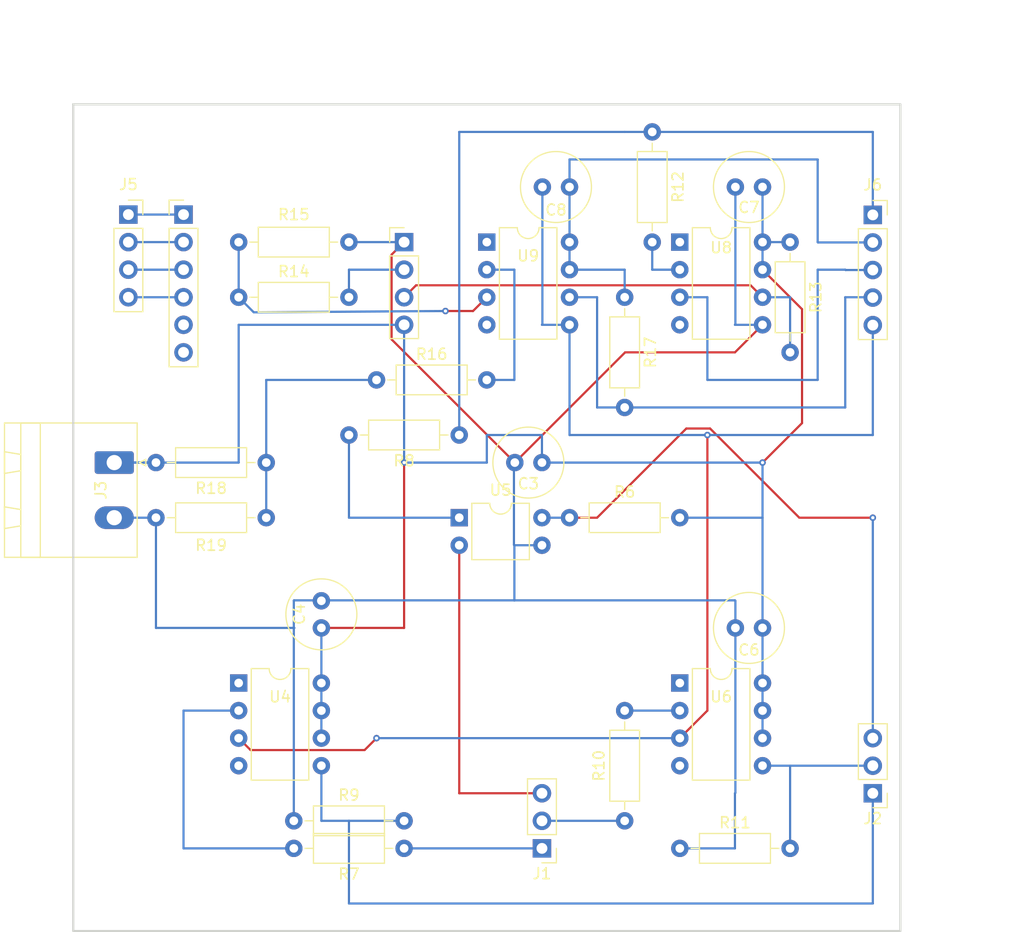
<source format=kicad_pcb>
(kicad_pcb (version 20240108) (generator "pcbnew") (generator_version "8.0")
  (layers (0 "F.Cu" signal) (31 "B.Cu" signal) (34 "B.Paste" user) (35 "F.Paste" user) (36 "B.SilkS" user "B.Silkscreen") (37 "F.SilkS" user "F.Silkscreen") (38 "B.Mask" user) (39 "F.Mask" user) (44 "Edge.Cuts" user))
  (net 0 "")
  (net 1 "+5VP")
  (net 2 "GNDP")
  (net 3 "+5VS")
  (net 4 "GNDS")
  (net 5 "Motor_Input_PWM")
  (net 6 "Clutch_Input_PWM")
  (net 7 "Motor_Input_DIR")
  (net 8 "Clutch_Output_PWM")
  (net 9 "Motor_Output_PWM")
  (net 10 "Motor_Output_DIR")
  (net 11 "MCU_SCK")
  (net 12 "MCU_DT")
  (net 13 "Green")
  (net 14 "Black")
  (net 15 "White")
  (net 16 "Red")
  (net 17 "Net-(U4-A)")
  (net 18 "+3.3VS")
  (net 19 "Net-(R8-Pad2)")
  (net 20 "Net-(U6-A)")
  (net 21 "Net-(U8-A)")
  (net 22 "HX711_SCK")
  (net 23 "HX711_DT_5V")
  (net 24 "HX711_DT")
  (net 25 "+3.3VP")
  (net 26 "Net-(U9-A)")
  (footprint "Resistor_THT:R_Axial_DIN0207_L6.3mm_D2.5mm_P10.16mm_Horizontal" (layer "F.Cu") (at 147.32 83.82 180)
    (property "Reference" "R8" (at 5.08 -2.37 360) (layer "F.SilkS"))
    (property "Value" "130R")
    (fp_line (start 9.12 0) (end 8.35 0) (stroke (width 0.12)) (layer "F.SilkS"))
    (fp_line (start 8.35 1.37) (end 8.35 -1.37) (stroke (width 0.12)) (layer "F.SilkS"))
    (fp_line (start 8.35 -1.37) (end 1.81 -1.37) (stroke (width 0.12)) (layer "F.SilkS"))
    (fp_line (start 1.81 1.37) (end 8.35 1.37) (stroke (width 0.12)) (layer "F.SilkS"))
    (fp_line (start 1.81 -1.37) (end 1.81 1.37) (stroke (width 0.12)) (layer "F.SilkS"))
    (fp_line (start 1.04 0) (end 1.81 0) (stroke (width 0.12)) (layer "F.SilkS"))
    (pad "1" thru_hole circle (at 0 0 180) (size 1.6 1.6) (drill 0.8) (layers "*.Cu" "*.Mask") (net 18 "+3.3VS"))
    (pad "2" thru_hole oval (at 10.16 0 180) (size 1.6 1.6) (drill 0.8) (layers "*.Cu" "*.Mask") (net 19 "Net-(R8-Pad2)"))
  )
  (footprint "Package_DIP:DIP-8_W7.62mm" (layer "F.Cu") (at 167.64 66.04)
    (property "Reference" "U8" (at 3.81 0.508 0) (layer "F.SilkS"))
    (property "Value" "6N137")
    (fp_line (start 1.16 -1.33) (end 1.16 8.95) (stroke (width 0.12)) (layer "F.SilkS"))
    (fp_line (start 1.16 8.95) (end 6.46 8.95) (stroke (width 0.12)) (layer "F.SilkS"))
    (fp_line (start 2.81 -1.33) (end 1.16 -1.33) (stroke (width 0.12)) (layer "F.SilkS"))
    (fp_line (start 6.46 -1.33) (end 4.81 -1.33) (stroke (width 0.12)) (layer "F.SilkS"))
    (fp_line (start 6.46 8.95) (end 6.46 -1.33) (stroke (width 0.12)) (layer "F.SilkS"))
    (fp_arc (start 4.81 -1.33) (mid 3.81 -0.33) (end 2.81 -1.33) (stroke (width 0.12)) (layer "F.SilkS"))
    (pad "1" thru_hole rect (at 0 0) (size 1.6 1.6) (drill 0.8) (layers "*.Cu" "*.Mask"))
    (pad "2" thru_hole oval (at 0 2.54) (size 1.6 1.6) (drill 0.8) (layers "*.Cu" "*.Mask") (net 21 "Net-(U8-A)"))
    (pad "3" thru_hole oval (at 0 5.08) (size 1.6 1.6) (drill 0.8) (layers "*.Cu" "*.Mask") (net 11 "MCU_SCK"))
    (pad "4" thru_hole oval (at 0 7.62) (size 1.6 1.6) (drill 0.8) (layers "*.Cu" "*.Mask"))
    (pad "5" thru_hole oval (at 7.62 7.62) (size 1.6 1.6) (drill 0.8) (layers "*.Cu" "*.Mask") (net 2 "GNDP"))
    (pad "6" thru_hole oval (at 7.62 5.08) (size 1.6 1.6) (drill 0.8) (layers "*.Cu" "*.Mask") (net 22 "HX711_SCK"))
    (pad "7" thru_hole oval (at 7.62 2.54) (size 1.6 1.6) (drill 0.8) (layers "*.Cu" "*.Mask") (net 1 "+5VP"))
    (pad "8" thru_hole oval (at 7.62 0) (size 1.6 1.6) (drill 0.8) (layers "*.Cu" "*.Mask") (net 1 "+5VP"))
  )
  (footprint "Capacitor_THT:C_Radial_D6.3mm_H5.0mm_P2.50mm" (layer "F.Cu") (at 175.26 101.6 180)
    (property "Reference" "C6" (at 1.25 -2.032 360) (layer "F.SilkS"))
    (property "Value" "2.2uF")
    (fp_circle (center 1.25 0) (end 4.52 0) (stroke (width 0.12)) (fill none) (layer "F.SilkS"))
    (pad "1" thru_hole circle (at 0 0 180) (size 1.6 1.6) (drill 0.8) (layers "*.Cu" "*.Mask") (net 1 "+5VP"))
    (pad "2" thru_hole circle (at 2.5 0 180) (size 1.6 1.6) (drill 0.8) (layers "*.Cu" "*.Mask") (net 2 "GNDP"))
  )
  (footprint "Resistor_THT:R_Axial_DIN0207_L6.3mm_D2.5mm_P10.16mm_Horizontal" (layer "F.Cu") (at 142.24 121.92 180)
    (property "Reference" "R7" (at 5.08 -2.37 360) (layer "F.SilkS"))
    (property "Value" "130R")
    (fp_line (start 9.12 0) (end 8.35 0) (stroke (width 0.12)) (layer "F.SilkS"))
    (fp_line (start 8.35 1.37) (end 8.35 -1.37) (stroke (width 0.12)) (layer "F.SilkS"))
    (fp_line (start 8.35 -1.37) (end 1.81 -1.37) (stroke (width 0.12)) (layer "F.SilkS"))
    (fp_line (start 1.81 1.37) (end 8.35 1.37) (stroke (width 0.12)) (layer "F.SilkS"))
    (fp_line (start 1.81 -1.37) (end 1.81 1.37) (stroke (width 0.12)) (layer "F.SilkS"))
    (fp_line (start 1.04 0) (end 1.81 0) (stroke (width 0.12)) (layer "F.SilkS"))
    (pad "1" thru_hole circle (at 0 0 180) (size 1.6 1.6) (drill 0.8) (layers "*.Cu" "*.Mask") (net 6 "Clutch_Input_PWM"))
    (pad "2" thru_hole oval (at 10.16 0 180) (size 1.6 1.6) (drill 0.8) (layers "*.Cu" "*.Mask") (net 17 "Net-(U4-A)"))
  )
  (footprint "Resistor_THT:R_Axial_DIN0207_L6.3mm_D2.5mm_P10.16mm_Horizontal" (layer "F.Cu") (at 119.38 91.44)
    (property "Reference" "R19" (at 5.08 2.54 0) (layer "F.SilkS"))
    (property "Value" "2.2k")
    (fp_line (start 1.04 0) (end 1.81 0) (stroke (width 0.12)) (layer "F.SilkS"))
    (fp_line (start 1.81 -1.37) (end 1.81 1.37) (stroke (width 0.12)) (layer "F.SilkS"))
    (fp_line (start 1.81 1.37) (end 8.35 1.37) (stroke (width 0.12)) (layer "F.SilkS"))
    (fp_line (start 8.35 -1.37) (end 1.81 -1.37) (stroke (width 0.12)) (layer "F.SilkS"))
    (fp_line (start 8.35 1.37) (end 8.35 -1.37) (stroke (width 0.12)) (layer "F.SilkS"))
    (fp_line (start 9.12 0) (end 8.35 0) (stroke (width 0.12)) (layer "F.SilkS"))
    (pad "1" thru_hole circle (at 0 0) (size 1.6 1.6) (drill 0.8) (layers "*.Cu" "*.Mask") (net 2 "GNDP"))
    (pad "2" thru_hole oval (at 10.16 0) (size 1.6 1.6) (drill 0.8) (layers "*.Cu" "*.Mask") (net 25 "+3.3VP"))
  )
  (footprint "Resistor_THT:R_Axial_DIN0207_L6.3mm_D2.5mm_P10.16mm_Horizontal" (layer "F.Cu") (at 162.56 71.12 -90)
    (property "Reference" "R17" (at 5.08 -2.37 90) (layer "F.SilkS"))
    (property "Value" "10k")
    (fp_line (start 1.81 1.37) (end 8.35 1.37) (stroke (width 0.12)) (layer "F.SilkS"))
    (fp_line (start 8.35 1.37) (end 8.35 -1.37) (stroke (width 0.12)) (layer "F.SilkS"))
    (fp_line (start 1.04 0) (end 1.81 0) (stroke (width 0.12)) (layer "F.SilkS"))
    (fp_line (start 9.12 0) (end 8.35 0) (stroke (width 0.12)) (layer "F.SilkS"))
    (fp_line (start 1.81 -1.37) (end 1.81 1.37) (stroke (width 0.12)) (layer "F.SilkS"))
    (fp_line (start 8.35 -1.37) (end 1.81 -1.37) (stroke (width 0.12)) (layer "F.SilkS"))
    (pad "1" thru_hole circle (at 0 0 270) (size 1.6 1.6) (drill 0.8) (layers "*.Cu" "*.Mask") (net 3 "+5VS"))
    (pad "2" thru_hole oval (at 10.16 0 270) (size 1.6 1.6) (drill 0.8) (layers "*.Cu" "*.Mask") (net 12 "MCU_DT"))
  )
  (footprint "Resistor_THT:R_Axial_DIN0207_L6.3mm_D2.5mm_P10.16mm_Horizontal" (layer "F.Cu") (at 165.1 55.88 -90)
    (property "Reference" "R12" (at 5.08 -2.37 90) (layer "F.SilkS"))
    (property "Value" "130R")
    (fp_line (start 1.81 1.37) (end 8.35 1.37) (stroke (width 0.12)) (layer "F.SilkS"))
    (fp_line (start 8.35 1.37) (end 8.35 -1.37) (stroke (width 0.12)) (layer "F.SilkS"))
    (fp_line (start 1.04 0) (end 1.81 0) (stroke (width 0.12)) (layer "F.SilkS"))
    (fp_line (start 9.12 0) (end 8.35 0) (stroke (width 0.12)) (layer "F.SilkS"))
    (fp_line (start 1.81 -1.37) (end 1.81 1.37) (stroke (width 0.12)) (layer "F.SilkS"))
    (fp_line (start 8.35 -1.37) (end 1.81 -1.37) (stroke (width 0.12)) (layer "F.SilkS"))
    (pad "1" thru_hole circle (at 0 0 270) (size 1.6 1.6) (drill 0.8) (layers "*.Cu" "*.Mask") (net 18 "+3.3VS"))
    (pad "2" thru_hole oval (at 10.16 0 270) (size 1.6 1.6) (drill 0.8) (layers "*.Cu" "*.Mask") (net 21 "Net-(U8-A)"))
  )
  (footprint "Tesla_Lib:HX711_Module" (layer "F.Cu") (at 132.08 68.58)
    (property "Reference" "U7" (hide yes))
    (property "Value" "HX711_Module")
    (fp_line (start -11.49 -6.41) (end -10.16 -6.41) (stroke (width 0.12)) (layer "F.SilkS"))
    (fp_line (start -11.49 -5.08) (end -11.49 -6.41) (stroke (width 0.12)) (layer "F.SilkS"))
    (fp_line (start -11.49 -3.81) (end -11.49 8.95) (stroke (width 0.12)) (layer "F.SilkS"))
    (fp_line (start -11.49 -3.81) (end -8.83 -3.81) (stroke (width 0.12)) (layer "F.SilkS"))
    (fp_line (start -11.49 8.95) (end -8.83 8.95) (stroke (width 0.12)) (layer "F.SilkS"))
    (fp_line (start -8.83 -3.81) (end -8.83 8.95) (stroke (width 0.12)) (layer "F.SilkS"))
    (fp_line (start 8.83 -3.87) (end 10.16 -3.87) (stroke (width 0.12)) (layer "F.SilkS"))
    (fp_line (start 8.83 -2.54) (end 8.83 -3.87) (stroke (width 0.12)) (layer "F.SilkS"))
    (fp_line (start 8.83 -1.27) (end 8.83 6.35) (stroke (width 0.12)) (layer "F.SilkS"))
    (fp_line (start 8.83 -1.27) (end 11.49 -1.27) (stroke (width 0.12)) (layer "F.SilkS"))
    (fp_line (start 8.83 6.35) (end 11.49 6.35) (stroke (width 0.12)) (layer "F.SilkS"))
    (fp_line (start 11.49 -1.27) (end 11.49 6.35) (stroke (width 0.12)) (layer "F.SilkS"))
    (pad "1" thru_hole rect (at -10.16 -5.08) (size 1.7 1.7) (drill 1) (layers "*.Cu" "*.Mask") (net 16 "Red"))
    (pad "2" thru_hole oval (at -10.16 -2.54) (size 1.7 1.7) (drill 1) (layers "*.Cu" "*.Mask") (net 14 "Black"))
    (pad "3" thru_hole oval (at -10.16 0) (size 1.7 1.7) (drill 1) (layers "*.Cu" "*.Mask") (net 15 "White"))
    (pad "4" thru_hole oval (at -10.16 2.54) (size 1.7 1.7) (drill 1) (layers "*.Cu" "*.Mask") (net 13 "Green"))
    (pad "5" thru_hole oval (at -10.16 5.08) (size 1.7 1.7) (drill 1) (layers "*.Cu" "*.Mask"))
    (pad "6" thru_hole oval (at -10.16 7.62) (size 1.7 1.7) (drill 1) (layers "*.Cu" "*.Mask"))
    (pad "7" thru_hole oval (at 10.16 5.08) (size 1.7 1.7) (drill 1) (layers "*.Cu" "*.Mask") (net 1 "+5VP"))
    (pad "8" thru_hole oval (at 10.16 2.54) (size 1.7 1.7) (drill 1) (layers "*.Cu" "*.Mask") (net 22 "HX711_SCK"))
    (pad "9" thru_hole oval (at 10.16 0) (size 1.7 1.7) (drill 1) (layers "*.Cu" "*.Mask") (net 23 "HX711_DT_5V"))
    (pad "10" thru_hole rect (at 10.16 -2.54) (size 1.7 1.7) (drill 1) (layers "*.Cu" "*.Mask") (net 2 "GNDP"))
  )
  (footprint "Resistor_THT:R_Axial_DIN0207_L6.3mm_D2.5mm_P10.16mm_Horizontal" (layer "F.Cu") (at 177.8 66.04 -90)
    (property "Reference" "R13" (at 5.08 -2.37 90) (layer "F.SilkS"))
    (property "Value" "10k")
    (fp_line (start 1.81 1.37) (end 8.35 1.37) (stroke (width 0.12)) (layer "F.SilkS"))
    (fp_line (start 8.35 1.37) (end 8.35 -1.37) (stroke (width 0.12)) (layer "F.SilkS"))
    (fp_line (start 1.04 0) (end 1.81 0) (stroke (width 0.12)) (layer "F.SilkS"))
    (fp_line (start 9.12 0) (end 8.35 0) (stroke (width 0.12)) (layer "F.SilkS"))
    (fp_line (start 1.81 -1.37) (end 1.81 1.37) (stroke (width 0.12)) (layer "F.SilkS"))
    (fp_line (start 8.35 -1.37) (end 1.81 -1.37) (stroke (width 0.12)) (layer "F.SilkS"))
    (pad "1" thru_hole circle (at 0 0 270) (size 1.6 1.6) (drill 0.8) (layers "*.Cu" "*.Mask") (net 1 "+5VP"))
    (pad "2" thru_hole oval (at 10.16 0 270) (size 1.6 1.6) (drill 0.8) (layers "*.Cu" "*.Mask") (net 22 "HX711_SCK"))
  )
  (footprint "Package_DIP:DIP-8_W7.62mm" (layer "F.Cu") (at 167.64 106.68)
    (property "Reference" "U6" (at 3.81 1.26 0) (layer "F.SilkS"))
    (property "Value" "6N137")
    (fp_line (start 1.16 -1.33) (end 1.16 8.95) (stroke (width 0.12)) (layer "F.SilkS"))
    (fp_line (start 1.16 8.95) (end 6.46 8.95) (stroke (width 0.12)) (layer "F.SilkS"))
    (fp_line (start 2.81 -1.33) (end 1.16 -1.33) (stroke (width 0.12)) (layer "F.SilkS"))
    (fp_line (start 6.46 -1.33) (end 4.81 -1.33) (stroke (width 0.12)) (layer "F.SilkS"))
    (fp_line (start 6.46 8.95) (end 6.46 -1.33) (stroke (width 0.12)) (layer "F.SilkS"))
    (fp_arc (start 4.81 -1.33) (mid 3.81 -0.33) (end 2.81 -1.33) (stroke (width 0.12)) (layer "F.SilkS"))
    (pad "1" thru_hole rect (at 0 0) (size 1.6 1.6) (drill 0.8) (layers "*.Cu" "*.Mask"))
    (pad "2" thru_hole oval (at 0 2.54) (size 1.6 1.6) (drill 0.8) (layers "*.Cu" "*.Mask") (net 20 "Net-(U6-A)"))
    (pad "3" thru_hole oval (at 0 5.08) (size 1.6 1.6) (drill 0.8) (layers "*.Cu" "*.Mask") (net 4 "GNDS"))
    (pad "4" thru_hole oval (at 0 7.62) (size 1.6 1.6) (drill 0.8) (layers "*.Cu" "*.Mask"))
    (pad "5" thru_hole oval (at 7.62 7.62) (size 1.6 1.6) (drill 0.8) (layers "*.Cu" "*.Mask") (net 9 "Motor_Output_PWM"))
    (pad "6" thru_hole oval (at 7.62 5.08) (size 1.6 1.6) (drill 0.8) (layers "*.Cu" "*.Mask") (net 1 "+5VP"))
    (pad "7" thru_hole oval (at 7.62 2.54) (size 1.6 1.6) (drill 0.8) (layers "*.Cu" "*.Mask") (net 1 "+5VP"))
    (pad "8" thru_hole oval (at 7.62 0) (size 1.6 1.6) (drill 0.8) (layers "*.Cu" "*.Mask") (net 1 "+5VP"))
  )
  (footprint "Capacitor_THT:C_Radial_D6.3mm_H5.0mm_P2.50mm" (layer "F.Cu") (at 134.62 101.6 90)
    (property "Reference" "C4" (at 1.25 -2.032 90) (layer "F.SilkS"))
    (property "Value" "2.2uF")
    (fp_circle (center 1.25 0) (end 4.52 0) (stroke (width 0.12)) (fill none) (layer "F.SilkS"))
    (pad "1" thru_hole circle (at 0 0 90) (size 1.6 1.6) (drill 0.8) (layers "*.Cu" "*.Mask") (net 1 "+5VP"))
    (pad "2" thru_hole circle (at 2.5 0 90) (size 1.6 1.6) (drill 0.8) (layers "*.Cu" "*.Mask") (net 2 "GNDP"))
  )
  (footprint "Resistor_THT:R_Axial_DIN0207_L6.3mm_D2.5mm_P10.16mm_Horizontal" (layer "F.Cu") (at 127 71.12)
    (property "Reference" "R14" (at 5.08 -2.37 0) (layer "F.SilkS"))
    (property "Value" "1k")
    (fp_line (start 1.04 0) (end 1.81 0) (stroke (width 0.12)) (layer "F.SilkS"))
    (fp_line (start 1.81 -1.37) (end 1.81 1.37) (stroke (width 0.12)) (layer "F.SilkS"))
    (fp_line (start 1.81 1.37) (end 8.35 1.37) (stroke (width 0.12)) (layer "F.SilkS"))
    (fp_line (start 8.35 -1.37) (end 1.81 -1.37) (stroke (width 0.12)) (layer "F.SilkS"))
    (fp_line (start 8.35 1.37) (end 8.35 -1.37) (stroke (width 0.12)) (layer "F.SilkS"))
    (fp_line (start 9.12 0) (end 8.35 0) (stroke (width 0.12)) (layer "F.SilkS"))
    (pad "1" thru_hole circle (at 0 0) (size 1.6 1.6) (drill 0.8) (layers "*.Cu" "*.Mask") (net 24 "HX711_DT"))
    (pad "2" thru_hole oval (at 10.16 0) (size 1.6 1.6) (drill 0.8) (layers "*.Cu" "*.Mask") (net 23 "HX711_DT_5V"))
  )
  (footprint "Resistor_THT:R_Axial_DIN0207_L6.3mm_D2.5mm_P10.16mm_Horizontal" (layer "F.Cu") (at 139.7 78.74)
    (property "Reference" "R16" (at 5.08 -2.37 360) (layer "F.SilkS"))
    (property "Value" "130R")
    (fp_line (start 1.04 0) (end 1.81 0) (stroke (width 0.12)) (layer "F.SilkS"))
    (fp_line (start 1.81 -1.37) (end 1.81 1.37) (stroke (width 0.12)) (layer "F.SilkS"))
    (fp_line (start 1.81 1.37) (end 8.35 1.37) (stroke (width 0.12)) (layer "F.SilkS"))
    (fp_line (start 8.35 -1.37) (end 1.81 -1.37) (stroke (width 0.12)) (layer "F.SilkS"))
    (fp_line (start 8.35 1.37) (end 8.35 -1.37) (stroke (width 0.12)) (layer "F.SilkS"))
    (fp_line (start 9.12 0) (end 8.35 0) (stroke (width 0.12)) (layer "F.SilkS"))
    (pad "1" thru_hole circle (at 0 0) (size 1.6 1.6) (drill 0.8) (layers "*.Cu" "*.Mask") (net 25 "+3.3VP"))
    (pad "2" thru_hole oval (at 10.16 0) (size 1.6 1.6) (drill 0.8) (layers "*.Cu" "*.Mask") (net 26 "Net-(U9-A)"))
  )
  (footprint "Capacitor_THT:C_Radial_D6.3mm_H5.0mm_P2.50mm" (layer "F.Cu") (at 175.26 60.96 180)
    (property "Reference" "C7" (at 1.25 -1.882 360) (layer "F.SilkS"))
    (property "Value" "2.2uF")
    (fp_circle (center 1.25 0) (end 4.52 0) (stroke (width 0.12)) (fill none) (layer "F.SilkS"))
    (pad "1" thru_hole circle (at 0 0 180) (size 1.6 1.6) (drill 0.8) (layers "*.Cu" "*.Mask") (net 1 "+5VP"))
    (pad "2" thru_hole circle (at 2.5 0 180) (size 1.6 1.6) (drill 0.8) (layers "*.Cu" "*.Mask") (net 2 "GNDP"))
  )
  (footprint "Capacitor_THT:C_Radial_D6.3mm_H5.0mm_P2.50mm" (layer "F.Cu") (at 157.48 60.96 180)
    (property "Reference" "C8" (at 1.25 -2.112 360) (layer "F.SilkS"))
    (property "Value" "2.2uF")
    (fp_circle (center 1.25 0) (end 4.52 0) (stroke (width 0.12)) (fill none) (layer "F.SilkS"))
    (pad "1" thru_hole circle (at 0 0 180) (size 1.6 1.6) (drill 0.8) (layers "*.Cu" "*.Mask") (net 3 "+5VS"))
    (pad "2" thru_hole circle (at 2.5 0 180) (size 1.6 1.6) (drill 0.8) (layers "*.Cu" "*.Mask") (net 4 "GNDS"))
  )
  (footprint "Connector_PinSocket_2.54mm:PinSocket_1x04_P2.54mm_Vertical" (layer "F.Cu") (at 116.84 63.5)
    (property "Reference" "J5" (at 0 -2.77 0) (layer "F.SilkS"))
    (property "Value" "Load Cell Socket")
    (fp_line (start -1.33 1.27) (end -1.33 8.95) (stroke (width 0.12)) (layer "F.SilkS"))
    (fp_line (start -1.33 1.27) (end 1.33 1.27) (stroke (width 0.12)) (layer "F.SilkS"))
    (fp_line (start -1.33 8.95) (end 1.33 8.95) (stroke (width 0.12)) (layer "F.SilkS"))
    (fp_line (start 0 -1.33) (end 1.33 -1.33) (stroke (width 0.12)) (layer "F.SilkS"))
    (fp_line (start 1.33 -1.33) (end 1.33 0) (stroke (width 0.12)) (layer "F.SilkS"))
    (fp_line (start 1.33 1.27) (end 1.33 8.95) (stroke (width 0.12)) (layer "F.SilkS"))
    (pad "1" thru_hole rect (at 0 0) (size 1.7 1.7) (drill 1) (layers "*.Cu" "*.Mask") (net 16 "Red"))
    (pad "2" thru_hole oval (at 0 2.54) (size 1.7 1.7) (drill 1) (layers "*.Cu" "*.Mask") (net 14 "Black"))
    (pad "3" thru_hole oval (at 0 5.08) (size 1.7 1.7) (drill 1) (layers "*.Cu" "*.Mask") (net 15 "White"))
    (pad "4" thru_hole oval (at 0 7.62) (size 1.7 1.7) (drill 1) (layers "*.Cu" "*.Mask") (net 13 "Green"))
  )
  (footprint "Resistor_THT:R_Axial_DIN0207_L6.3mm_D2.5mm_P10.16mm_Horizontal" (layer "F.Cu") (at 167.64 121.92)
    (property "Reference" "R11" (at 5.08 -2.37 360) (layer "F.SilkS"))
    (property "Value" "67R")
    (fp_line (start 1.04 0) (end 1.81 0) (stroke (width 0.12)) (layer "F.SilkS"))
    (fp_line (start 1.81 -1.37) (end 1.81 1.37) (stroke (width 0.12)) (layer "F.SilkS"))
    (fp_line (start 1.81 1.37) (end 8.35 1.37) (stroke (width 0.12)) (layer "F.SilkS"))
    (fp_line (start 8.35 -1.37) (end 1.81 -1.37) (stroke (width 0.12)) (layer "F.SilkS"))
    (fp_line (start 8.35 1.37) (end 8.35 -1.37) (stroke (width 0.12)) (layer "F.SilkS"))
    (fp_line (start 9.12 0) (end 8.35 0) (stroke (width 0.12)) (layer "F.SilkS"))
    (pad "1" thru_hole circle (at 0 0) (size 1.6 1.6) (drill 0.8) (layers "*.Cu" "*.Mask") (net 2 "GNDP"))
    (pad "2" thru_hole oval (at 10.16 0) (size 1.6 1.6) (drill 0.8) (layers "*.Cu" "*.Mask") (net 9 "Motor_Output_PWM"))
  )
  (footprint "Package_DIP:DIP-8_W7.62mm" (layer "F.Cu") (at 149.86 66.04)
    (property "Reference" "U9" (at 3.81 1.26 0) (layer "F.SilkS"))
    (property "Value" "6N137")
    (fp_line (start 1.16 -1.33) (end 1.16 8.95) (stroke (width 0.12)) (layer "F.SilkS"))
    (fp_line (start 1.16 8.95) (end 6.46 8.95) (stroke (width 0.12)) (layer "F.SilkS"))
    (fp_line (start 2.81 -1.33) (end 1.16 -1.33) (stroke (width 0.12)) (layer "F.SilkS"))
    (fp_line (start 6.46 -1.33) (end 4.81 -1.33) (stroke (width 0.12)) (layer "F.SilkS"))
    (fp_line (start 6.46 8.95) (end 6.46 -1.33) (stroke (width 0.12)) (layer "F.SilkS"))
    (fp_arc (start 4.81 -1.33) (mid 3.81 -0.33) (end 2.81 -1.33) (stroke (width 0.12)) (layer "F.SilkS"))
    (pad "1" thru_hole rect (at 0 0) (size 1.6 1.6) (drill 0.8) (layers "*.Cu" "*.Mask"))
    (pad "2" thru_hole oval (at 0 2.54) (size 1.6 1.6) (drill 0.8) (layers "*.Cu" "*.Mask") (net 26 "Net-(U9-A)"))
    (pad "3" thru_hole oval (at 0 5.08) (size 1.6 1.6) (drill 0.8) (layers "*.Cu" "*.Mask") (net 24 "HX711_DT"))
    (pad "4" thru_hole oval (at 0 7.62) (size 1.6 1.6) (drill 0.8) (layers "*.Cu" "*.Mask"))
    (pad "5" thru_hole oval (at 7.62 7.62) (size 1.6 1.6) (drill 0.8) (layers "*.Cu" "*.Mask") (net 4 "GNDS"))
    (pad "6" thru_hole oval (at 7.62 5.08) (size 1.6 1.6) (drill 0.8) (layers "*.Cu" "*.Mask") (net 12 "MCU_DT"))
    (pad "7" thru_hole oval (at 7.62 2.54) (size 1.6 1.6) (drill 0.8) (layers "*.Cu" "*.Mask") (net 3 "+5VS"))
    (pad "8" thru_hole oval (at 7.62 0) (size 1.6 1.6) (drill 0.8) (layers "*.Cu" "*.Mask") (net 3 "+5VS"))
  )
  (footprint "Resistor_THT:R_Axial_DIN0207_L6.3mm_D2.5mm_P10.16mm_Horizontal" (layer "F.Cu") (at 162.56 119.38 90)
    (property "Reference" "R10" (at 5.08 -2.37 90) (layer "F.SilkS"))
    (property "Value" "130R")
    (fp_line (start 8.35 -1.37) (end 1.81 -1.37) (stroke (width 0.12)) (layer "F.SilkS"))
    (fp_line (start 1.81 -1.37) (end 1.81 1.37) (stroke (width 0.12)) (layer "F.SilkS"))
    (fp_line (start 9.12 0) (end 8.35 0) (stroke (width 0.12)) (layer "F.SilkS"))
    (fp_line (start 1.04 0) (end 1.81 0) (stroke (width 0.12)) (layer "F.SilkS"))
    (fp_line (start 8.35 1.37) (end 8.35 -1.37) (stroke (width 0.12)) (layer "F.SilkS"))
    (fp_line (start 1.81 1.37) (end 8.35 1.37) (stroke (width 0.12)) (layer "F.SilkS"))
    (pad "1" thru_hole circle (at 0 0 90) (size 1.6 1.6) (drill 0.8) (layers "*.Cu" "*.Mask") (net 5 "Motor_Input_PWM"))
    (pad "2" thru_hole oval (at 10.16 0 90) (size 1.6 1.6) (drill 0.8) (layers "*.Cu" "*.Mask") (net 20 "Net-(U6-A)"))
  )
  (footprint "Capacitor_THT:C_Radial_D6.3mm_H5.0mm_P2.50mm" (layer "F.Cu") (at 154.94 86.36 180)
    (property "Reference" "C3" (at 1.25 -1.948 360) (layer "F.SilkS"))
    (property "Value" "2.2uF")
    (fp_circle (center 1.25 0) (end 4.52 0) (stroke (width 0.12)) (fill none) (layer "F.SilkS"))
    (pad "1" thru_hole circle (at 0 0 180) (size 1.6 1.6) (drill 0.8) (layers "*.Cu" "*.Mask") (net 1 "+5VP"))
    (pad "2" thru_hole circle (at 2.5 0 180) (size 1.6 1.6) (drill 0.8) (layers "*.Cu" "*.Mask") (net 2 "GNDP"))
  )
  (footprint "Resistor_THT:R_Axial_DIN0207_L6.3mm_D2.5mm_P10.16mm_Horizontal" (layer "F.Cu") (at 132.08 119.38)
    (property "Reference" "R9" (at 5.08 -2.37 0) (layer "F.SilkS"))
    (property "Value" "67R")
    (fp_line (start 1.04 0) (end 1.81 0) (stroke (width 0.12)) (layer "F.SilkS"))
    (fp_line (start 1.81 -1.37) (end 1.81 1.37) (stroke (width 0.12)) (layer "F.SilkS"))
    (fp_line (start 1.81 1.37) (end 8.35 1.37) (stroke (width 0.12)) (layer "F.SilkS"))
    (fp_line (start 8.35 -1.37) (end 1.81 -1.37) (stroke (width 0.12)) (layer "F.SilkS"))
    (fp_line (start 8.35 1.37) (end 8.35 -1.37) (stroke (width 0.12)) (layer "F.SilkS"))
    (fp_line (start 9.12 0) (end 8.35 0) (stroke (width 0.12)) (layer "F.SilkS"))
    (pad "1" thru_hole circle (at 0 0) (size 1.6 1.6) (drill 0.8) (layers "*.Cu" "*.Mask") (net 2 "GNDP"))
    (pad "2" thru_hole oval (at 10.16 0) (size 1.6 1.6) (drill 0.8) (layers "*.Cu" "*.Mask") (net 8 "Clutch_Output_PWM"))
  )
  (footprint "Resistor_THT:R_Axial_DIN0207_L6.3mm_D2.5mm_P10.16mm_Horizontal" (layer "F.Cu") (at 137.16 66.04 180)
    (property "Reference" "R15" (at 5.08 2.54 0) (layer "F.SilkS"))
    (property "Value" "2.2k")
    (fp_line (start 9.12 0) (end 8.35 0) (stroke (width 0.12)) (layer "F.SilkS"))
    (fp_line (start 8.35 1.37) (end 8.35 -1.37) (stroke (width 0.12)) (layer "F.SilkS"))
    (fp_line (start 8.35 -1.37) (end 1.81 -1.37) (stroke (width 0.12)) (layer "F.SilkS"))
    (fp_line (start 1.81 1.37) (end 8.35 1.37) (stroke (width 0.12)) (layer "F.SilkS"))
    (fp_line (start 1.81 -1.37) (end 1.81 1.37) (stroke (width 0.12)) (layer "F.SilkS"))
    (fp_line (start 1.04 0) (end 1.81 0) (stroke (width 0.12)) (layer "F.SilkS"))
    (pad "1" thru_hole circle (at 0 0 180) (size 1.6 1.6) (drill 0.8) (layers "*.Cu" "*.Mask") (net 2 "GNDP"))
    (pad "2" thru_hole oval (at 10.16 0 180) (size 1.6 1.6) (drill 0.8) (layers "*.Cu" "*.Mask") (net 24 "HX711_DT"))
  )
  (footprint "Resistor_THT:R_Axial_DIN0207_L6.3mm_D2.5mm_P10.16mm_Horizontal" (layer "F.Cu") (at 129.54 86.36 180)
    (property "Reference" "R18" (at 5.08 -2.37 360) (layer "F.SilkS"))
    (property "Value" "1k")
    (fp_line (start 9.12 0) (end 8.35 0) (stroke (width 0.12)) (layer "F.SilkS"))
    (fp_line (start 8.35 1.37) (end 8.35 -1.37) (stroke (width 0.12)) (layer "F.SilkS"))
    (fp_line (start 8.35 -1.37) (end 1.81 -1.37) (stroke (width 0.12)) (layer "F.SilkS"))
    (fp_line (start 1.81 1.37) (end 8.35 1.37) (stroke (width 0.12)) (layer "F.SilkS"))
    (fp_line (start 1.81 -1.37) (end 1.81 1.37) (stroke (width 0.12)) (layer "F.SilkS"))
    (fp_line (start 1.04 0) (end 1.81 0) (stroke (width 0.12)) (layer "F.SilkS"))
    (pad "1" thru_hole circle (at 0 0 180) (size 1.6 1.6) (drill 0.8) (layers "*.Cu" "*.Mask") (net 25 "+3.3VP"))
    (pad "2" thru_hole oval (at 10.16 0 180) (size 1.6 1.6) (drill 0.8) (layers "*.Cu" "*.Mask") (net 1 "+5VP"))
  )
  (footprint "Package_DIP:DIP-4_W7.62mm" (layer "F.Cu") (at 147.32 91.44)
    (property "Reference" "U5" (at 3.81 -2.54 0) (layer "F.SilkS"))
    (property "Value" "PC817")
    (fp_line (start 1.16 -1.33) (end 1.16 3.87) (stroke (width 0.12)) (layer "F.SilkS"))
    (fp_line (start 1.16 3.87) (end 6.46 3.87) (stroke (width 0.12)) (layer "F.SilkS"))
    (fp_line (start 2.81 -1.33) (end 1.16 -1.33) (stroke (width 0.12)) (layer "F.SilkS"))
    (fp_line (start 6.46 -1.33) (end 4.81 -1.33) (stroke (width 0.12)) (layer "F.SilkS"))
    (fp_line (start 6.46 3.87) (end 6.46 -1.33) (stroke (width 0.12)) (layer "F.SilkS"))
    (fp_arc (start 4.81 -1.33) (mid 3.81 -0.33) (end 2.81 -1.33) (stroke (width 0.12)) (layer "F.SilkS"))
    (pad "1" thru_hole rect (at 0 0) (size 1.6 1.6) (drill 0.8) (layers "*.Cu" "*.Mask") (net 19 "Net-(R8-Pad2)"))
    (pad "2" thru_hole oval (at 0 2.54) (size 1.6 1.6) (drill 0.8) (layers "*.Cu" "*.Mask") (net 7 "Motor_Input_DIR"))
    (pad "3" thru_hole oval (at 7.62 2.54) (size 1.6 1.6) (drill 0.8) (layers "*.Cu" "*.Mask") (net 2 "GNDP"))
    (pad "4" thru_hole oval (at 7.62 0) (size 1.6 1.6) (drill 0.8) (layers "*.Cu" "*.Mask") (net 10 "Motor_Output_DIR"))
  )
  (footprint "Connector_PinSocket_2.54mm:PinSocket_1x05_P2.54mm_Vertical" (layer "F.Cu") (at 185.42 63.53)
    (property "Reference" "J6" (at 0 -2.77 0) (layer "F.SilkS"))
    (property "Value" "MCU Connection")
    (fp_line (start -1.33 1.27) (end -1.33 11.49) (stroke (width 0.12)) (layer "F.SilkS"))
    (fp_line (start -1.33 1.27) (end 1.33 1.27) (stroke (width 0.12)) (layer "F.SilkS"))
    (fp_line (start -1.33 11.49) (end 1.33 11.49) (stroke (width 0.12)) (layer "F.SilkS"))
    (fp_line (start 0 -1.33) (end 1.33 -1.33) (stroke (width 0.12)) (layer "F.SilkS"))
    (fp_line (start 1.33 -1.33) (end 1.33 0) (stroke (width 0.12)) (layer "F.SilkS"))
    (fp_line (start 1.33 1.27) (end 1.33 11.49) (stroke (width 0.12)) (layer "F.SilkS"))
    (pad "1" thru_hole rect (at 0 0) (size 1.7 1.7) (drill 1) (layers "*.Cu" "*.Mask") (net 18 "+3.3VS"))
    (pad "2" thru_hole oval (at 0 2.54) (size 1.7 1.7) (drill 1) (layers "*.Cu" "*.Mask") (net 3 "+5VS"))
    (pad "3" thru_hole oval (at 0 5.08) (size 1.7 1.7) (drill 1) (layers "*.Cu" "*.Mask") (net 11 "MCU_SCK"))
    (pad "4" thru_hole oval (at 0 7.62) (size 1.7 1.7) (drill 1) (layers "*.Cu" "*.Mask") (net 12 "MCU_DT"))
    (pad "5" thru_hole oval (at 0 10.16) (size 1.7 1.7) (drill 1) (layers "*.Cu" "*.Mask") (net 4 "GNDS"))
  )
  (footprint "Connector_PinHeader_2.54mm:PinHeader_1x03_P2.54mm_Vertical" (layer "F.Cu") (at 185.42 116.84 180)
    (property "Reference" "J2" (at 0 -2.33 360) (layer "F.SilkS"))
    (property "Value" "Driver Output")
    (fp_line (start 1.33 1.27) (end 1.33 6.41) (stroke (width 0.12)) (layer "F.SilkS"))
    (fp_line (start -1.33 6.41) (end 1.33 6.41) (stroke (width 0.12)) (layer "F.SilkS"))
    (fp_line (start -1.33 1.27) (end 1.33 1.27) (stroke (width 0.12)) (layer "F.SilkS"))
    (fp_line (start -1.33 1.27) (end -1.33 6.41) (stroke (width 0.12)) (layer "F.SilkS"))
    (fp_line (start -1.33 0) (end -1.33 -1.33) (stroke (width 0.12)) (layer "F.SilkS"))
    (fp_line (start -1.33 -1.33) (end 0 -1.33) (stroke (width 0.12)) (layer "F.SilkS"))
    (pad "1" thru_hole rect (at 0 0 180) (size 1.7 1.7) (drill 1) (layers "*.Cu" "*.Mask") (net 8 "Clutch_Output_PWM"))
    (pad "2" thru_hole oval (at 0 2.54 180) (size 1.7 1.7) (drill 1) (layers "*.Cu" "*.Mask") (net 9 "Motor_Output_PWM"))
    (pad "3" thru_hole oval (at 0 5.08 180) (size 1.7 1.7) (drill 1) (layers "*.Cu" "*.Mask") (net 10 "Motor_Output_DIR"))
  )
  (footprint "Connector_PinHeader_2.54mm:PinHeader_1x03_P2.54mm_Vertical" (layer "F.Cu") (at 154.94 121.92 180)
    (property "Reference" "J1" (at 0 -2.33 360) (layer "F.SilkS"))
    (property "Value" "MCU Input")
    (fp_line (start 1.33 1.27) (end 1.33 6.41) (stroke (width 0.12)) (layer "F.SilkS"))
    (fp_line (start -1.33 6.41) (end 1.33 6.41) (stroke (width 0.12)) (layer "F.SilkS"))
    (fp_line (start -1.33 1.27) (end 1.33 1.27) (stroke (width 0.12)) (layer "F.SilkS"))
    (fp_line (start -1.33 1.27) (end -1.33 6.41) (stroke (width 0.12)) (layer "F.SilkS"))
    (fp_line (start -1.33 0) (end -1.33 -1.33) (stroke (width 0.12)) (layer "F.SilkS"))
    (fp_line (start -1.33 -1.33) (end 0 -1.33) (stroke (width 0.12)) (layer "F.SilkS"))
    (pad "1" thru_hole rect (at 0 0 180) (size 1.7 1.7) (drill 1) (layers "*.Cu" "*.Mask") (net 6 "Clutch_Input_PWM"))
    (pad "2" thru_hole oval (at 0 2.54 180) (size 1.7 1.7) (drill 1) (layers "*.Cu" "*.Mask") (net 5 "Motor_Input_PWM"))
    (pad "3" thru_hole oval (at 0 5.08 180) (size 1.7 1.7) (drill 1) (layers "*.Cu" "*.Mask") (net 7 "Motor_Input_DIR"))
  )
  (footprint "Resistor_THT:R_Axial_DIN0207_L6.3mm_D2.5mm_P10.16mm_Horizontal" (layer "F.Cu") (at 157.48 91.44)
    (property "Reference" "R6" (at 5.08 -2.37 0) (layer "F.SilkS"))
    (property "Value" "10k")
    (fp_line (start 1.04 0) (end 1.81 0) (stroke (width 0.12)) (layer "F.SilkS"))
    (fp_line (start 1.81 -1.37) (end 1.81 1.37) (stroke (width 0.12)) (layer "F.SilkS"))
    (fp_line (start 1.81 1.37) (end 8.35 1.37) (stroke (width 0.12)) (layer "F.SilkS"))
    (fp_line (start 8.35 -1.37) (end 1.81 -1.37) (stroke (width 0.12)) (layer "F.SilkS"))
    (fp_line (start 8.35 1.37) (end 8.35 -1.37) (stroke (width 0.12)) (layer "F.SilkS"))
    (fp_line (start 9.12 0) (end 8.35 0) (stroke (width 0.12)) (layer "F.SilkS"))
    (pad "1" thru_hole circle (at 0 0) (size 1.6 1.6) (drill 0.8) (layers "*.Cu" "*.Mask") (net 10 "Motor_Output_DIR"))
    (pad "2" thru_hole oval (at 10.16 0) (size 1.6 1.6) (drill 0.8) (layers "*.Cu" "*.Mask") (net 1 "+5VP"))
  )
  (footprint "Package_DIP:DIP-8_W7.62mm" (layer "F.Cu") (at 127 106.68)
    (property "Reference" "U4" (at 3.81 1.27 0) (layer "F.SilkS"))
    (property "Value" "6N137")
    (fp_line (start 1.16 -1.33) (end 1.16 8.95) (stroke (width 0.12)) (layer "F.SilkS"))
    (fp_line (start 1.16 8.95) (end 6.46 8.95) (stroke (width 0.12)) (layer "F.SilkS"))
    (fp_line (start 2.81 -1.33) (end 1.16 -1.33) (stroke (width 0.12)) (layer "F.SilkS"))
    (fp_line (start 6.46 -1.33) (end 4.81 -1.33) (stroke (width 0.12)) (layer "F.SilkS"))
    (fp_line (start 6.46 8.95) (end 6.46 -1.33) (stroke (width 0.12)) (layer "F.SilkS"))
    (fp_arc (start 4.81 -1.33) (mid 3.81 -0.33) (end 2.81 -1.33) (stroke (width 0.12)) (layer "F.SilkS"))
    (pad "1" thru_hole rect (at 0 0) (size 1.6 1.6) (drill 0.8) (layers "*.Cu" "*.Mask"))
    (pad "2" thru_hole oval (at 0 2.54) (size 1.6 1.6) (drill 0.8) (layers "*.Cu" "*.Mask") (net 17 "Net-(U4-A)"))
    (pad "3" thru_hole oval (at 0 5.08) (size 1.6 1.6) (drill 0.8) (layers "*.Cu" "*.Mask") (net 4 "GNDS"))
    (pad "4" thru_hole oval (at 0 7.62) (size 1.6 1.6) (drill 0.8) (layers "*.Cu" "*.Mask"))
    (pad "5" thru_hole oval (at 7.62 7.62) (size 1.6 1.6) (drill 0.8) (layers "*.Cu" "*.Mask") (net 8 "Clutch_Output_PWM"))
    (pad "6" thru_hole oval (at 7.62 5.08) (size 1.6 1.6) (drill 0.8) (layers "*.Cu" "*.Mask") (net 1 "+5VP"))
    (pad "7" thru_hole oval (at 7.62 2.54) (size 1.6 1.6) (drill 0.8) (layers "*.Cu" "*.Mask") (net 1 "+5VP"))
    (pad "8" thru_hole oval (at 7.62 0) (size 1.6 1.6) (drill 0.8) (layers "*.Cu" "*.Mask") (net 1 "+5VP"))
  )
  (footprint "Connector_Phoenix_MSTB:PhoenixContact_MSTBA_2,5_2-G-5,08_1x02_P5.08mm_Horizontal" (layer "F.Cu") (at 115.5375 86.36 -90)
    (property "Reference" "J3" (at 2.54 1.2375 90) (layer "F.SilkS"))
    (property "Value" "Power Socket")
    (fp_line (start -3.65 10.11) (end 8.73 10.11) (stroke (width 0.12)) (layer "F.SilkS"))
    (fp_line (start -1 10.11) (end 1 10.11) (stroke (width 0.12)) (layer "F.SilkS"))
    (fp_line (start 1 10.11) (end 0.75 8.61) (stroke (width 0.12)) (layer "F.SilkS"))
    (fp_line (start 4.08 10.11) (end 6.08 10.11) (stroke (width 0.12)) (layer "F.SilkS"))
    (fp_line (start 6.08 10.11) (end 5.83 8.61) (stroke (width 0.12)) (layer "F.SilkS"))
    (fp_line (start 8.73 10.11) (end 8.73 -2.11) (stroke (width 0.12)) (layer "F.SilkS"))
    (fp_line (start -3.65 8.61) (end -3.65 6.81) (stroke (width 0.12)) (layer "F.SilkS"))
    (fp_line (start -0.75 8.61) (end -1 10.11) (stroke (width 0.12)) (layer "F.SilkS"))
    (fp_line (start 0.75 8.61) (end -0.75 8.61) (stroke (width 0.12)) (layer "F.SilkS"))
    (fp_line (start 4.33 8.61) (end 4.08 10.11) (stroke (width 0.12)) (layer "F.SilkS"))
    (fp_line (start 5.83 8.61) (end 4.33 8.61) (stroke (width 0.12)) (layer "F.SilkS"))
    (fp_line (start 8.73 8.61) (end -3.65 8.61) (stroke (width 0.12)) (layer "F.SilkS"))
    (fp_line (start -3.65 6.81) (end 8.73 6.81) (stroke (width 0.12)) (layer "F.SilkS"))
    (fp_line (start 8.73 6.81) (end 8.73 8.61) (stroke (width 0.12)) (layer "F.SilkS"))
    (fp_line (start -3.65 -2.11) (end -3.65 10.11) (stroke (width 0.12)) (layer "F.SilkS"))
    (fp_line (start 8.73 -2.11) (end -3.65 -2.11) (stroke (width 0.12)) (layer "F.SilkS"))
    (fp_line (start 0 -2.31) (end -0.3 -2.91) (stroke (width 0.12)) (layer "F.SilkS"))
    (fp_line (start -0.3 -2.91) (end 0.3 -2.91) (stroke (width 0.12)) (layer "F.SilkS"))
    (fp_line (start 0.3 -2.91) (end 0 -2.31) (stroke (width 0.12)) (layer "F.SilkS"))
    (pad "1" thru_hole roundrect (at 0 0 270) (size 2.08 3.6) (drill 1.4) (layers "*.Cu" "*.Mask") (roundrect_rratio 0.120192) (net 1 "+5VP"))
    (pad "2" thru_hole oval (at 5.08 0 270) (size 2.08 3.6) (drill 1.4) (layers "*.Cu" "*.Mask") (net 2 "GNDP"))
  )
  (gr_rect (start 111.76 53.34) (end 187.96 129.54) (stroke (width 0.2)) (fill none) (layer "Edge.Cuts"))
  (segment (start 142.24 101.6) (end 142.24 86.36) (width 0.2) (layer "F.Cu") (net 1))
  (segment (start 178.9 72.22) (end 178.9 82.72) (width 0.2) (layer "F.Cu") (net 1))
  (segment (start 175.26 68.58) (end 178.9 72.22) (width 0.2) (layer "F.Cu") (net 1))
  (segment (start 178.9 82.72) (end 175.26 86.36) (width 0.2) (layer "F.Cu") (net 1))
  (segment (start 134.62 101.6) (end 142.24 101.6) (width 0.2) (layer "F.Cu") (net 1))
  (via (at 175.26 86.36) (size 0.6) (drill 0.3) (layers "F.Cu" "B.Cu") (net 1))
  (via (at 142.24 86.36) (size 0.6) (drill 0.3) (layers "F.Cu" "B.Cu") (net 1))
  (segment (start 127 73.66) (end 142.24 73.66) (width 0.2) (layer "B.Cu") (net 1))
  (segment (start 142.24 86.36) (end 142.24 73.66) (width 0.2) (layer "B.Cu") (net 1))
  (segment (start 134.62 101.6) (end 134.62 111.76) (width 0.2) (layer "B.Cu") (net 1))
  (segment (start 115.5375 86.36) (end 127 86.36) (width 0.2) (layer "B.Cu") (net 1))
  (segment (start 175.26 91.44) (end 175.26 101.6) (width 0.2) (layer "B.Cu") (net 1))
  (segment (start 154.94 86.36) (end 175.26 86.36) (width 0.2) (layer "B.Cu") (net 1))
  (segment (start 177.8 66.04) (end 175.26 66.04) (width 0.2) (layer "B.Cu") (net 1))
  (segment (start 119.38 86.36) (end 115.5375 86.36) (width 0.2) (layer "B.Cu") (net 1))
  (segment (start 149.86 83.82) (end 154.94 83.82) (width 0.2) (layer "B.Cu") (net 1))
  (segment (start 149.86 86.36) (end 149.86 83.82) (width 0.2) (layer "B.Cu") (net 1))
  (segment (start 127 86.36) (end 127 73.66) (width 0.2) (layer "B.Cu") (net 1))
  (segment (start 175.26 101.6) (end 175.26 111.76) (width 0.2) (layer "B.Cu") (net 1))
  (segment (start 154.94 83.82) (end 154.94 86.36) (width 0.2) (layer "B.Cu") (net 1))
  (segment (start 149.86 86.36) (end 142.24 86.36) (width 0.2) (layer "B.Cu") (net 1))
  (segment (start 175.26 86.36) (end 175.26 91.44) (width 0.2) (layer "B.Cu") (net 1))
  (segment (start 167.64 91.44) (end 175.26 91.44) (width 0.2) (layer "B.Cu") (net 1))
  (segment (start 175.26 60.96) (end 175.26 68.58) (width 0.2) (layer "B.Cu") (net 1))
  (segment (start 142.24 66.04) (end 141.09 67.19) (width 0.2) (layer "F.Cu") (net 2))
  (segment (start 141.09 75.01) (end 152.44 86.36) (width 0.2) (layer "F.Cu") (net 2))
  (segment (start 175.26 73.66) (end 172.72 76.2) (width 0.2) (layer "F.Cu") (net 2))
  (segment (start 141.09 67.19) (end 141.09 75.01) (width 0.2) (layer "F.Cu") (net 2))
  (segment (start 172.72 76.2) (end 162.6 76.2) (width 0.2) (layer "F.Cu") (net 2))
  (segment (start 162.6 76.2) (end 152.44 86.36) (width 0.2) (layer "F.Cu") (net 2))
  (segment (start 172.76 99.1) (end 172.76 101.6) (width 0.2) (layer "B.Cu") (net 2))
  (segment (start 132.08 101.6) (end 132.12 101.6) (width 0.2) (layer "B.Cu") (net 2))
  (segment (start 152.4 93.98) (end 154.94 93.98) (width 0.2) (layer "B.Cu") (net 2))
  (segment (start 172.72 121.92) (end 172.72 116.84) (width 0.2) (layer "B.Cu") (net 2))
  (segment (start 172.76 116.8) (end 172.76 101.6) (width 0.2) (layer "B.Cu") (net 2))
  (segment (start 172.76 60.96) (end 172.76 73.62) (width 0.2) (layer "B.Cu") (net 2))
  (segment (start 152.36 86.36) (end 152.36 93.94) (width 0.2) (layer "B.Cu") (net 2))
  (segment (start 132.08 101.56) (end 132.08 99.08) (width 0.2) (layer "B.Cu") (net 2))
  (segment (start 172.76 73.62) (end 172.72 73.66) (width 0.2) (layer "B.Cu") (net 2))
  (segment (start 132.12 101.6) (end 132.08 101.56) (width 0.2) (layer "B.Cu") (net 2))
  (segment (start 172.72 121.92) (end 167.64 121.92) (width 0.2) (layer "B.Cu") (net 2))
  (segment (start 172.72 99.06) (end 172.76 99.1) (width 0.2) (layer "B.Cu") (net 2))
  (segment (start 172.72 73.66) (end 175.26 73.66) (width 0.2) (layer "B.Cu") (net 2))
  (segment (start 152.36 93.94) (end 152.4 93.98) (width 0.2) (layer "B.Cu") (net 2))
  (segment (start 119.38 91.44) (end 115.5375 91.44) (width 0.2) (layer "B.Cu") (net 2))
  (segment (start 132.08 99.08) (end 132.1 99.06) (width 0.2) (layer "B.Cu") (net 2))
  (segment (start 119.38 101.6) (end 119.38 91.44) (width 0.2) (layer "B.Cu") (net 2))
  (segment (start 132.1 99.06) (end 152.4 99.06) (width 0.2) (layer "B.Cu") (net 2))
  (segment (start 137.16 66.04) (end 142.24 66.04) (width 0.2) (layer "B.Cu") (net 2))
  (segment (start 152.4 93.98) (end 152.4 99.06) (width 0.2) (layer "B.Cu") (net 2))
  (segment (start 172.72 116.84) (end 172.76 116.8) (width 0.2) (layer "B.Cu") (net 2))
  (segment (start 152.4 99.06) (end 172.72 99.06) (width 0.2) (layer "B.Cu") (net 2))
  (segment (start 132.12 101.6) (end 119.38 101.6) (width 0.2) (layer "B.Cu") (net 2))
  (segment (start 132.08 119.38) (end 132.08 101.6) (width 0.2) (layer "B.Cu") (net 2))
  (segment (start 157.48 60.96) (end 157.48 68.58) (width 0.2) (layer "B.Cu") (net 3))
  (segment (start 180.37 66.07) (end 180.34 66.04) (width 0.2) (layer "B.Cu") (net 3))
  (segment (start 180.34 66.04) (end 180.34 58.42) (width 0.2) (layer "B.Cu") (net 3))
  (segment (start 162.56 68.58) (end 157.48 68.58) (width 0.2) (layer "B.Cu") (net 3))
  (segment (start 180.34 58.42) (end 157.48 58.42) (width 0.2) (layer "B.Cu") (net 3))
  (segment (start 162.56 71.12) (end 162.56 68.58) (width 0.2) (layer "B.Cu") (net 3))
  (segment (start 185.42 66.07) (end 180.37 66.07) (width 0.2) (layer "B.Cu") (net 3))
  (segment (start 157.48 58.42) (end 157.48 60.96) (width 0.2) (layer "B.Cu") (net 3))
  (segment (start 170.18 109.22) (end 170.18 83.82) (width 0.2) (layer "F.Cu") (net 4))
  (segment (start 139.7 111.76) (end 138.6 112.86) (width 0.2) (layer "F.Cu") (net 4))
  (segment (start 138.6 112.86) (end 128.1 112.86) (width 0.2) (layer "F.Cu") (net 4))
  (segment (start 128.1 112.86) (end 127 111.76) (width 0.2) (layer "F.Cu") (net 4))
  (segment (start 167.64 111.76) (end 170.18 109.22) (width 0.2) (layer "F.Cu") (net 4))
  (via (at 139.7 111.76) (size 0.6) (drill 0.3) (layers "F.Cu" "B.Cu") (net 4))
  (via (at 170.18 83.82) (size 0.6) (drill 0.3) (layers "F.Cu" "B.Cu") (net 4))
  (segment (start 185.42 83.82) (end 185.42 73.69) (width 0.2) (layer "B.Cu") (net 4))
  (segment (start 154.94 73.66) (end 157.48 73.66) (width 0.2) (layer "B.Cu") (net 4))
  (segment (start 154.98 73.62) (end 154.94 73.66) (width 0.2) (layer "B.Cu") (net 4))
  (segment (start 154.98 60.96) (end 154.98 73.62) (width 0.2) (layer "B.Cu") (net 4))
  (segment (start 157.48 83.82) (end 185.42 83.82) (width 0.2) (layer "B.Cu") (net 4))
  (segment (start 167.64 111.76) (end 139.7 111.76) (width 0.2) (layer "B.Cu") (net 4))
  (segment (start 157.48 73.66) (end 157.48 83.82) (width 0.2) (layer "B.Cu") (net 4))
  (segment (start 162.56 119.38) (end 154.94 119.38) (width 0.2) (layer "B.Cu") (net 5))
  (segment (start 154.94 121.92) (end 142.24 121.92) (width 0.2) (layer "B.Cu") (net 6))
  (segment (start 147.32 116.84) (end 147.32 93.98) (width 0.2) (layer "F.Cu") (net 7))
  (segment (start 154.94 116.84) (end 147.32 116.84) (width 0.2) (layer "F.Cu") (net 7))
  (segment (start 137.16 127) (end 185.42 127) (width 0.2) (layer "B.Cu") (net 8))
  (segment (start 137.16 119.38) (end 137.16 127) (width 0.2) (layer "B.Cu") (net 8))
  (segment (start 134.62 119.38) (end 137.16 119.38) (width 0.2) (layer "B.Cu") (net 8))
  (segment (start 137.16 119.38) (end 142.24 119.38) (width 0.2) (layer "B.Cu") (net 8))
  (segment (start 185.42 127) (end 185.42 116.84) (width 0.2) (layer "B.Cu") (net 8))
  (segment (start 134.62 114.3) (end 134.62 119.38) (width 0.2) (layer "B.Cu") (net 8))
  (segment (start 177.8 114.3) (end 177.8 121.92) (width 0.2) (layer "B.Cu") (net 9))
  (segment (start 185.42 114.3) (end 177.8 114.3) (width 0.2) (layer "B.Cu") (net 9))
  (segment (start 175.26 114.3) (end 177.8 114.3) (width 0.2) (layer "B.Cu") (net 9))
  (segment (start 178.648529 91.44) (end 170.428529 83.22) (width 0.2) (layer "F.Cu") (net 10))
  (segment (start 160.02 91.44) (end 157.48 91.44) (width 0.2) (layer "F.Cu") (net 10))
  (segment (start 168.24 83.22) (end 160.02 91.44) (width 0.2) (layer "F.Cu") (net 10))
  (segment (start 170.428529 83.22) (end 168.24 83.22) (width 0.2) (layer "F.Cu") (net 10))
  (segment (start 185.42 91.44) (end 178.648529 91.44) (width 0.2) (layer "F.Cu") (net 10))
  (via (at 185.42 91.44) (size 0.6) (drill 0.3) (layers "F.Cu" "B.Cu") (net 10))
  (segment (start 185.42 111.76) (end 185.42 91.44) (width 0.2) (layer "B.Cu") (net 10))
  (segment (start 157.48 91.44) (end 154.94 91.44) (width 0.2) (layer "B.Cu") (net 10))
  (segment (start 182.91 68.61) (end 185.42 68.61) (width 0.2) (layer "B.Cu") (net 11))
  (segment (start 180.34 78.74) (end 180.34 68.58) (width 0.2) (layer "B.Cu") (net 11))
  (segment (start 167.64 71.12) (end 170.18 71.12) (width 0.2) (layer "B.Cu") (net 11))
  (segment (start 182.88 68.58) (end 182.91 68.61) (width 0.2) (layer "B.Cu") (net 11))
  (segment (start 170.18 78.74) (end 180.34 78.74) (width 0.2) (layer "B.Cu") (net 11))
  (segment (start 170.18 71.12) (end 170.18 78.74) (width 0.2) (layer "B.Cu") (net 11))
  (segment (start 180.34 68.58) (end 182.88 68.58) (width 0.2) (layer "B.Cu") (net 11))
  (segment (start 160.02 71.12) (end 160.02 81.28) (width 0.2) (layer "B.Cu") (net 12))
  (segment (start 185.39 71.12) (end 185.42 71.15) (width 0.2) (layer "B.Cu") (net 12))
  (segment (start 160.02 81.28) (end 182.88 81.28) (width 0.2) (layer "B.Cu") (net 12))
  (segment (start 182.88 71.12) (end 185.39 71.12) (width 0.2) (layer "B.Cu") (net 12))
  (segment (start 157.48 71.12) (end 160.02 71.12) (width 0.2) (layer "B.Cu") (net 12))
  (segment (start 182.88 81.28) (end 182.88 71.12) (width 0.2) (layer "B.Cu") (net 12))
  (segment (start 116.84 71.12) (end 121.92 71.12) (width 0.2) (layer "B.Cu") (net 13))
  (segment (start 116.84 66.04) (end 121.92 66.04) (width 0.2) (layer "B.Cu") (net 14))
  (segment (start 121.92 68.58) (end 116.84 68.58) (width 0.2) (layer "B.Cu") (net 15))
  (segment (start 121.92 63.5) (end 116.84 63.5) (width 0.2) (layer "B.Cu") (net 16))
  (segment (start 121.92 109.22) (end 127 109.22) (width 0.2) (layer "B.Cu") (net 17))
  (segment (start 121.92 121.92) (end 121.92 109.22) (width 0.2) (layer "B.Cu") (net 17))
  (segment (start 132.08 121.92) (end 121.92 121.92) (width 0.2) (layer "B.Cu") (net 17))
  (segment (start 147.32 55.88) (end 162.56 55.88) (width 0.2) (layer "B.Cu") (net 18))
  (segment (start 162.56 55.88) (end 185.42 55.88) (width 0.2) (layer "B.Cu") (net 18))
  (segment (start 185.42 55.88) (end 185.42 63.53) (width 0.2) (layer "B.Cu") (net 18))
  (segment (start 147.32 83.82) (end 147.32 55.88) (width 0.2) (layer "B.Cu") (net 18))
  (segment (start 137.16 83.82) (end 137.16 91.44) (width 0.2) (layer "B.Cu") (net 19))
  (segment (start 137.16 91.44) (end 147.32 91.44) (width 0.2) (layer "B.Cu") (net 19))
  (segment (start 167.64 109.22) (end 162.56 109.22) (width 0.2) (layer "B.Cu") (net 20))
  (segment (start 165.1 68.58) (end 167.64 68.58) (width 0.2) (layer "B.Cu") (net 21))
  (segment (start 165.1 68.58) (end 165.1 66.04) (width 0.2) (layer "B.Cu") (net 21))
  (segment (start 174.16 70.02) (end 175.26 71.12) (width 0.2) (layer "F.Cu") (net 22))
  (segment (start 143.34 70.02) (end 174.16 70.02) (width 0.2) (layer "F.Cu") (net 22))
  (segment (start 142.24 71.12) (end 143.34 70.02) (width 0.2) (layer "F.Cu") (net 22))
  (segment (start 177.8 71.12) (end 175.26 71.12) (width 0.2) (layer "B.Cu") (net 22))
  (segment (start 177.8 76.2) (end 177.8 71.12) (width 0.2) (layer "B.Cu") (net 22))
  (segment (start 137.16 71.12) (end 137.16 68.58) (width 0.2) (layer "B.Cu") (net 23))
  (segment (start 142.24 68.58) (end 137.16 68.58) (width 0.2) (layer "B.Cu") (net 23))
  (segment (start 146.05 72.39) (end 148.59 72.39) (width 0.2) (layer "F.Cu") (net 24))
  (segment (start 148.59 72.39) (end 149.86 71.12) (width 0.2) (layer "F.Cu") (net 24))
  (via (at 146.05 72.39) (size 0.6) (drill 0.3) (layers "F.Cu" "B.Cu") (net 24))
  (segment (start 127 66.04) (end 127 71.12) (width 0.2) (layer "B.Cu") (net 24))
  (segment (start 146.05 72.39) (end 128.39 72.51) (width 0.2) (layer "B.Cu") (net 24))
  (segment (start 146.17 72.51) (end 146.05 72.39) (width 0.2) (layer "B.Cu") (net 24))
  (segment (start 128.39 72.51) (end 127 71.12) (width 0.2) (layer "B.Cu") (net 24))
  (segment (start 129.54 78.74) (end 129.54 86.36) (width 0.2) (layer "B.Cu") (net 25))
  (segment (start 129.54 86.36) (end 129.54 91.44) (width 0.2) (layer "B.Cu") (net 25))
  (segment (start 139.7 78.74) (end 129.54 78.74) (width 0.2) (layer "B.Cu") (net 25))
  (segment (start 152.4 78.74) (end 149.86 78.74) (width 0.2) (layer "B.Cu") (net 26))
  (segment (start 152.4 78.74) (end 152.4 68.58) (width 0.2) (layer "B.Cu") (net 26))
  (segment (start 152.4 68.58) (end 149.86 68.58) (width 0.2) (layer "B.Cu") (net 26))
)
</source>
